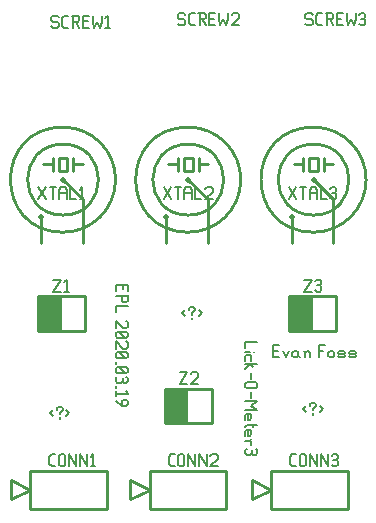
<source format=gto>
G04 start of page 2 for group 1 layer_idx 8 *
G04 Title: (unknown), top_silk *
G04 Creator: pcb-rnd 2.2.0 *
G04 CreationDate: 2020-03-19 21:02:38 UTC *
G04 For:  *
G04 Format: Gerber/RS-274X *
G04 PCB-Dimensions: 500000 500000 *
G04 PCB-Coordinate-Origin: lower left *
%MOIN*%
%FSLAX25Y25*%
%LNTOP_SILK_NONE_1*%
%ADD52C,0.0070*%
%ADD51C,0.0200*%
%ADD50C,0.0100*%
%ADD49C,0.0001*%
G54D49*G36*
X199803Y156693D02*Y145236D01*
X191929D01*
Y156693D01*
X199803D01*
G37*
G36*
X283465D02*Y145236D01*
X275591D01*
Y156693D01*
X283465D01*
G37*
G36*
X241929Y125787D02*Y114331D01*
X234055D01*
Y125787D01*
X241929D01*
G37*
G54D50*X277087Y200630D02*X280236D01*
Y202795D02*Y198465D01*
X282205Y202795D02*Y198465D01*
X285157Y202795D02*Y198465D01*
X282205Y202795D02*X285157D01*
X282205Y198465D02*X285157D01*
G54D51*X283701Y195512D03*
G54D50*X290197Y189016D01*
X287126Y200630D02*X290276D01*
X287126Y202795D02*Y198465D01*
G54D51*X192913Y182913D03*
G54D50*Y174252D01*
X191929Y156732D02*Y147717D01*
X207677Y156732D02*X191929D01*
Y147717D02*Y145236D01*
X207677D01*
Y147717D01*
G54D51*X234646Y182913D03*
G54D50*Y174252D01*
X248425D02*Y189016D01*
G54D51*X241929Y195512D03*
G54D50*X248425Y189016D01*
X234055Y125827D02*Y116811D01*
X249803D02*Y125827D01*
X234055D01*
Y116811D02*Y114331D01*
X249803D01*
Y116811D01*
X206693Y174252D02*Y189016D01*
X207677Y147717D02*Y156732D01*
G54D51*X200197Y195512D03*
G54D50*X206693Y189016D01*
X189272Y98524D02*Y85728D01*
Y92126D02*X182874Y95325D01*
X189272Y92126D02*X182874Y88927D01*
Y95325D02*Y88927D01*
X189272Y98524D02*X214862D01*
Y85728D02*X189272D01*
X214862D02*Y98524D01*
X229035D02*Y85728D01*
Y92126D02*X222638Y95325D01*
X229035Y92126D02*X222638Y88927D01*
Y95325D02*Y88927D01*
X229035Y98524D02*X254626D01*
Y85728D02*X229035D01*
X254626D02*Y98524D01*
X269587D02*Y85728D01*
Y92126D02*X263189Y95325D01*
X269587Y92126D02*X263189Y88927D01*
Y95325D02*Y88927D01*
G54D51*X276417Y182913D03*
G54D50*Y174252D01*
X290197D02*Y189016D01*
X275591Y156732D02*Y147717D01*
X269587Y98524D02*X295177D01*
Y85728D02*X269587D01*
X295177D02*Y98524D01*
X291339Y147717D02*Y156732D01*
Y145236D02*Y147717D01*
Y156732D02*X275591D01*
Y147717D02*Y145236D01*
X291339D01*
X193583Y200630D02*X196732D01*
Y202795D02*Y198465D01*
X198701Y202795D02*Y198465D01*
X201654Y202795D02*Y198465D01*
X198701Y202795D02*X201654D01*
X198701Y198465D02*X201654D01*
X235315Y200630D02*X238465D01*
X203622D02*X206772D01*
X203622Y202795D02*Y198465D01*
X238465Y202795D02*Y198465D01*
X240433Y202795D02*Y198465D01*
Y202795D02*X243386D01*
X240433Y198465D02*X243386D01*
X245354Y200630D02*X248504D01*
X245354Y202795D02*Y198465D01*
X243386Y202795D02*Y198465D01*
X283701Y183701D02*G75*G02X283701Y207323I0J11811D01*G01*
G75*G02X283701Y183701I0J-11811D01*G01*
X283538Y177993D02*G75*G03X283864Y213031I163J17519D01*G01*
X283864Y213031D02*G75*G03X283538Y177993I-163J-17519D01*G01*
X241929Y183701D02*G75*G02X241929Y207323I0J11811D01*G01*
G75*G02X241929Y183701I0J-11811D01*G01*
X241766Y177993D02*G75*G03X242092Y213031I163J17519D01*G01*
X242092Y213031D02*G75*G03X241766Y177993I-163J-17519D01*G01*
X200197Y183701D02*G75*G02X200197Y207323I0J11811D01*G01*
G75*G02X200197Y183701I0J-11811D01*G01*
X200034Y177993D02*G75*G03X200360Y213031I163J17519D01*G01*
X200360Y213031D02*G75*G03X200034Y177993I-163J-17519D01*G01*
G54D52*X240386Y250969D02*X240886Y250469D01*
X238886Y250969D02*X240386D01*
X238386Y250469D02*X238886Y250969D01*
X238386Y250469D02*Y249469D01*
X238886Y248969D01*
X240386D01*
X240886Y248469D01*
Y247469D01*
X240386Y246969D02*X240886Y247469D01*
X238886Y246969D02*X240386D01*
X238386Y247469D02*X238886Y246969D01*
X242786D02*X244086D01*
X242086Y247669D02*X242786Y246969D01*
X242086Y250269D02*Y247669D01*
Y250269D02*X242786Y250969D01*
X244086D01*
X245286D02*X247286D01*
X247786Y250469D01*
Y249469D01*
X247286Y248969D02*X247786Y249469D01*
X245786Y248969D02*X247286D01*
X245786Y250969D02*Y246969D01*
X246586Y248969D02*X247786Y246969D01*
X248986Y249169D02*X250486D01*
X248986Y246969D02*X250986D01*
X248986Y250969D02*Y246969D01*
Y250969D02*X250986D01*
X252186D02*Y248969D01*
X252686Y246969D01*
X253686Y248969D01*
X254686Y246969D01*
X255186Y248969D01*
Y250969D01*
X256386Y250469D02*X256886Y250969D01*
X258386D01*
X258886Y250469D01*
Y249469D01*
X256386Y246969D02*X258886Y249469D01*
X256386Y246969D02*X258886D01*
X198260Y250181D02*X198760Y249681D01*
X196760Y250181D02*X198260D01*
X196260Y249681D02*X196760Y250181D01*
X196260Y249681D02*Y248681D01*
X196760Y248181D01*
X198260D01*
X198760Y247681D01*
Y246681D01*
X198260Y246181D02*X198760Y246681D01*
X196760Y246181D02*X198260D01*
X196260Y246681D02*X196760Y246181D01*
X200660D02*X201960D01*
X199960Y246881D02*X200660Y246181D01*
X199960Y249481D02*Y246881D01*
Y249481D02*X200660Y250181D01*
X201960D01*
X203160D02*X205160D01*
X205660Y249681D01*
Y248681D01*
X205160Y248181D02*X205660Y248681D01*
X203660Y248181D02*X205160D01*
X203660Y250181D02*Y246181D01*
X204460Y248181D02*X205660Y246181D01*
X206860Y248381D02*X208360D01*
X206860Y246181D02*X208860D01*
X206860Y250181D02*Y246181D01*
Y250181D02*X208860D01*
X210060D02*Y248181D01*
X210560Y246181D01*
X211560Y248181D01*
X212560Y246181D01*
X213060Y248181D01*
Y250181D01*
X214260Y249381D02*X215060Y250181D01*
Y246181D01*
X214260D02*X215760D01*
X220035Y160433D02*Y158933D01*
X217835Y160433D02*Y158433D01*
X221835Y160433D02*X217835D01*
X221835D02*Y158433D01*
Y156733D02*X217835D01*
X221835Y157233D02*Y155233D01*
X221335Y154733D01*
X220335D01*
X219835Y155233D02*X220335Y154733D01*
X219835Y156733D02*Y155233D01*
X221835Y153533D02*X217835D01*
Y151533D01*
X221335Y148533D02*X221835Y148033D01*
Y146533D01*
X221335Y146033D01*
X220335D01*
X217835Y148533D02*X220335Y146033D01*
X217835Y148533D02*Y146033D01*
X218335Y144833D02*X217835Y144333D01*
X221335Y144833D02*X218335D01*
X221335D02*X221835Y144333D01*
Y143333D01*
X221335Y142833D01*
X218335D01*
X217835Y143333D02*X218335Y142833D01*
X217835Y144333D02*Y143333D01*
X218835Y144833D02*X220835Y142833D01*
X221335Y141633D02*X221835Y141133D01*
Y139633D01*
X221335Y139133D01*
X220335D01*
X217835Y141633D02*X220335Y139133D01*
X217835Y141633D02*Y139133D01*
X218335Y137933D02*X217835Y137433D01*
X221335Y137933D02*X218335D01*
X221335D02*X221835Y137433D01*
Y136433D01*
X221335Y135933D01*
X218335D01*
X217835Y136433D02*X218335Y135933D01*
X217835Y137433D02*Y136433D01*
X218835Y137933D02*X220835Y135933D01*
X217835Y134733D02*Y134233D01*
X218335Y133033D02*X217835Y132533D01*
X221335Y133033D02*X218335D01*
X221335D02*X221835Y132533D01*
Y131533D01*
X221335Y131033D01*
X218335D01*
X217835Y131533D02*X218335Y131033D01*
X217835Y132533D02*Y131533D01*
X218835Y133033D02*X220835Y131033D01*
X221335Y129833D02*X221835Y129333D01*
Y128333D01*
X221335Y127833D01*
X217835Y128333D02*X218335Y127833D01*
X217835Y129333D02*Y128333D01*
X218335Y129833D02*X217835Y129333D01*
X220035D02*Y128333D01*
X221335Y127833D02*X220535D01*
X219535D02*X218335D01*
X219535D02*X220035Y128333D01*
X220535Y127833D02*X220035Y128333D01*
X217835Y126633D02*Y126133D01*
X221035Y124933D02*X221835Y124133D01*
X217835D01*
Y124933D02*Y123433D01*
Y121733D02*X219835Y120233D01*
X221335D02*X219835D01*
X221835Y120733D02*X221335Y120233D01*
X221835Y121733D02*Y120733D01*
X221335Y122233D02*X221835Y121733D01*
X221335Y122233D02*X220335D01*
X219835Y121733D01*
Y120233D01*
X239961Y151016D02*X240961Y152016D01*
X239961Y151016D02*X240961Y150016D01*
X243161Y151016D02*Y150516D01*
Y149516D02*Y149016D01*
X242161Y152516D02*Y152016D01*
Y152516D02*X242661Y153016D01*
X243661D01*
X244161Y152516D01*
Y152016D01*
X243161Y151016D02*X244161Y152016D01*
X245361D02*X246361Y151016D01*
X245361Y150016D02*X246361Y151016D01*
X195866Y117748D02*X196866Y118748D01*
X195866Y117748D02*X196866Y116748D01*
X199066Y117748D02*Y117248D01*
Y116248D02*Y115748D01*
X198066Y119248D02*Y118748D01*
Y119248D02*X198566Y119748D01*
X199566D01*
X200066Y119248D01*
Y118748D01*
X199066Y117748D02*X200066Y118748D01*
X201266D02*X202266Y117748D01*
X201266Y116748D02*X202266Y117748D01*
X196369Y99921D02*X197669D01*
X195669Y100621D02*X196369Y99921D01*
X195669Y103221D02*Y100621D01*
Y103221D02*X196369Y103921D01*
X197669D01*
X198869Y103421D02*Y100421D01*
Y103421D02*X199369Y103921D01*
X200369D01*
X200869Y103421D01*
Y100421D01*
X200369Y99921D02*X200869Y100421D01*
X199369Y99921D02*X200369D01*
X198869Y100421D02*X199369Y99921D01*
X202069Y103921D02*Y99921D01*
Y103921D02*X204569Y99921D01*
Y103921D02*Y99921D01*
X205769Y103921D02*Y99921D01*
Y103921D02*X208269Y99921D01*
Y103921D02*Y99921D01*
X209469Y103121D02*X210269Y103921D01*
Y99921D01*
X209469D02*X210969D01*
X239094Y131244D02*X241594D01*
X239094Y127244D02*X241594Y131244D01*
X239094Y127244D02*X241594D01*
X242794Y130744D02*X243294Y131244D01*
X244794D01*
X245294Y130744D01*
Y129744D01*
X242794Y127244D02*X245294Y129744D01*
X242794Y127244D02*X245294D01*
X270276Y138539D02*X271776D01*
X270276Y136339D02*X272276D01*
X270276Y140339D02*Y136339D01*
Y140339D02*X272276D01*
X273476Y138339D02*X274476Y136339D01*
X275476Y138339D02*X274476Y136339D01*
X278176Y138339D02*X278676Y137839D01*
X277176Y138339D02*X278176D01*
X276676Y137839D02*X277176Y138339D01*
X276676Y137839D02*Y136839D01*
X277176Y136339D01*
X278676Y138339D02*Y136839D01*
X279176Y136339D01*
X277176D02*X278176D01*
X278676Y136839D01*
X280876Y137839D02*Y136339D01*
Y137839D02*X281376Y138339D01*
X281876D01*
X282376Y137839D01*
Y136339D01*
X280376Y138339D02*X280876Y137839D01*
X285376Y140339D02*Y136339D01*
Y140339D02*X287376D01*
X285376Y138539D02*X286876D01*
X288576Y137839D02*Y136839D01*
Y137839D02*X289076Y138339D01*
X290076D01*
X290576Y137839D01*
Y136839D01*
X290076Y136339D02*X290576Y136839D01*
X289076Y136339D02*X290076D01*
X288576Y136839D02*X289076Y136339D01*
X292276D02*X293776D01*
X294276Y136839D01*
X293776Y137339D02*X294276Y136839D01*
X292276Y137339D02*X293776D01*
X291776Y137839D02*X292276Y137339D01*
X291776Y137839D02*X292276Y138339D01*
X293776D01*
X294276Y137839D01*
X291776Y136839D02*X292276Y136339D01*
X295976D02*X297476D01*
X297976Y136839D01*
X297476Y137339D02*X297976Y136839D01*
X295976Y137339D02*X297476D01*
X295476Y137839D02*X295976Y137339D01*
X295476Y137839D02*X295976Y138339D01*
X297476D01*
X297976Y137839D01*
X295476Y136839D02*X295976Y136339D01*
X264945Y141339D02*X260945D01*
Y139339D01*
X263945Y138139D02*X263845D01*
X262445D02*X260945D01*
X262945Y136639D02*Y135139D01*
X262445Y137139D02*X262945Y136639D01*
X262445Y137139D02*X261445D01*
X260945Y136639D01*
Y135139D01*
X264945Y133939D02*X260945D01*
X262445D02*X260945Y132439D01*
X262445Y133939D02*X263445Y132939D01*
X262945Y131239D02*Y129239D01*
X264445Y128039D02*X261445D01*
X264445D02*X264945Y127539D01*
Y126539D01*
X264445Y126039D01*
X261445D01*
X260945Y126539D02*X261445Y126039D01*
X260945Y127539D02*Y126539D01*
X261445Y128039D02*X260945Y127539D01*
X262945Y124839D02*Y122839D01*
X264945Y121639D02*X260945D01*
X264945D02*X262945Y120139D01*
X264945Y118639D01*
X260945D01*
Y116939D02*Y115439D01*
X261445Y117439D02*X260945Y116939D01*
X262445Y117439D02*X261445D01*
X262445D02*X262945Y116939D01*
Y115939D01*
X262445Y115439D01*
X261945Y117439D02*Y115439D01*
X262445D01*
X264945Y113739D02*X261445D01*
X260945Y113239D01*
X263445Y114239D02*Y113239D01*
X260945Y111739D02*Y110239D01*
X261445Y112239D02*X260945Y111739D01*
X262445Y112239D02*X261445D01*
X262445D02*X262945Y111739D01*
Y110739D01*
X262445Y110239D01*
X261945Y112239D02*Y110239D01*
X262445D01*
Y108539D02*X260945D01*
X262445D02*X262945Y108039D01*
Y107039D01*
Y109039D02*X262445Y108539D01*
X264445Y105839D02*X264945Y105339D01*
Y104339D01*
X264445Y103839D01*
X260945Y104339D02*X261445Y103839D01*
X260945Y105339D02*Y104339D01*
X261445Y105839D02*X260945Y105339D01*
X263145D02*Y104339D01*
X264445Y103839D02*X263645D01*
X262645D02*X261445D01*
X262645D02*X263145Y104339D01*
X263645Y103839D02*X263145Y104339D01*
X280315Y119087D02*X281315Y120087D01*
X280315Y119087D02*X281315Y118087D01*
X283515Y119087D02*Y118587D01*
Y117587D02*Y117087D01*
X282515Y120587D02*Y120087D01*
Y120587D02*X283015Y121087D01*
X284015D01*
X284515Y120587D01*
Y120087D01*
X283515Y119087D02*X284515Y120087D01*
X285715D02*X286715Y119087D01*
X285715Y118087D02*X286715Y119087D01*
X236133Y99921D02*X237433D01*
X235433Y100621D02*X236133Y99921D01*
X235433Y103221D02*Y100621D01*
Y103221D02*X236133Y103921D01*
X237433D01*
X238633Y103421D02*Y100421D01*
Y103421D02*X239133Y103921D01*
X240133D01*
X240633Y103421D01*
Y100421D01*
X240133Y99921D02*X240633Y100421D01*
X239133Y99921D02*X240133D01*
X238633Y100421D02*X239133Y99921D01*
X241833Y103921D02*Y99921D01*
Y103921D02*X244333Y99921D01*
Y103921D02*Y99921D01*
X245533Y103921D02*Y99921D01*
Y103921D02*X248033Y99921D01*
Y103921D02*Y99921D01*
X249233Y103421D02*X249733Y103921D01*
X251233D01*
X251733Y103421D01*
Y102421D01*
X249233Y99921D02*X251733Y102421D01*
X249233Y99921D02*X251733D01*
X276684D02*X277984D01*
X275984Y100621D02*X276684Y99921D01*
X275984Y103221D02*Y100621D01*
Y103221D02*X276684Y103921D01*
X277984D01*
X279184Y103421D02*Y100421D01*
Y103421D02*X279684Y103921D01*
X280684D01*
X281184Y103421D01*
Y100421D01*
X280684Y99921D02*X281184Y100421D01*
X279684Y99921D02*X280684D01*
X279184Y100421D02*X279684Y99921D01*
X282384Y103921D02*Y99921D01*
Y103921D02*X284884Y99921D01*
Y103921D02*Y99921D01*
X286084Y103921D02*Y99921D01*
Y103921D02*X288584Y99921D01*
Y103921D02*Y99921D01*
X289784Y103421D02*X290284Y103921D01*
X291284D01*
X291784Y103421D01*
X291284Y99921D02*X291784Y100421D01*
X290284Y99921D02*X291284D01*
X289784Y100421D02*X290284Y99921D01*
Y102121D02*X291284D01*
X291784Y103421D02*Y102621D01*
Y101621D02*Y100421D01*
Y101621D02*X291284Y102121D01*
X291784Y102621D02*X291284Y102121D01*
X196969Y162150D02*X199469D01*
X196969Y158150D02*X199469Y162150D01*
X196969Y158150D02*X199469D01*
X200669Y161350D02*X201469Y162150D01*
Y158150D01*
X200669D02*X202169D01*
X280630Y162150D02*X283130D01*
X280630Y158150D02*X283130Y162150D01*
X280630Y158150D02*X283130D01*
X284330Y161650D02*X284830Y162150D01*
X285830D01*
X286330Y161650D01*
X285830Y158150D02*X286330Y158650D01*
X284830Y158150D02*X285830D01*
X284330Y158650D02*X284830Y158150D01*
Y160350D02*X285830D01*
X286330Y161650D02*Y160850D01*
Y159850D02*Y158650D01*
Y159850D02*X285830Y160350D01*
X286330Y160850D02*X285830Y160350D01*
X282906Y250929D02*X283406Y250429D01*
X281406Y250929D02*X282906D01*
X280906Y250429D02*X281406Y250929D01*
X280906Y250429D02*Y249429D01*
X281406Y248929D01*
X282906D01*
X283406Y248429D01*
Y247429D01*
X282906Y246929D02*X283406Y247429D01*
X281406Y246929D02*X282906D01*
X280906Y247429D02*X281406Y246929D01*
X285306D02*X286606D01*
X284606Y247629D02*X285306Y246929D01*
X284606Y250229D02*Y247629D01*
Y250229D02*X285306Y250929D01*
X286606D01*
X287806D02*X289806D01*
X290306Y250429D01*
Y249429D01*
X289806Y248929D02*X290306Y249429D01*
X288306Y248929D02*X289806D01*
X288306Y250929D02*Y246929D01*
X289106Y248929D02*X290306Y246929D01*
X291506Y249129D02*X293006D01*
X291506Y246929D02*X293506D01*
X291506Y250929D02*Y246929D01*
Y250929D02*X293506D01*
X294706D02*Y248929D01*
X295206Y246929D01*
X296206Y248929D01*
X297206Y246929D01*
X297706Y248929D01*
Y250929D01*
X298906Y250429D02*X299406Y250929D01*
X300406D01*
X300906Y250429D01*
X300406Y246929D02*X300906Y247429D01*
X299406Y246929D02*X300406D01*
X298906Y247429D02*X299406Y246929D01*
Y249129D02*X300406D01*
X300906Y250429D02*Y249629D01*
Y248629D02*Y247429D01*
Y248629D02*X300406Y249129D01*
X300906Y249629D02*X300406Y249129D01*
X275512Y188937D02*X278012Y192937D01*
X275512D02*X278012Y188937D01*
X279212Y192937D02*X281212D01*
X280212D02*Y188937D01*
X282412Y191937D02*Y188937D01*
Y191937D02*X283112Y192937D01*
X284212D01*
X284912Y191937D01*
Y188937D01*
X282412Y190937D02*X284912D01*
X286112Y192937D02*Y188937D01*
X288112D01*
X289312Y192437D02*X289812Y192937D01*
X290812D01*
X291312Y192437D01*
X290812Y188937D02*X291312Y189437D01*
X289812Y188937D02*X290812D01*
X289312Y189437D02*X289812Y188937D01*
Y191137D02*X290812D01*
X291312Y192437D02*Y191637D01*
Y190637D02*Y189437D01*
Y190637D02*X290812Y191137D01*
X291312Y191637D02*X290812Y191137D01*
X233740Y188937D02*X236240Y192937D01*
X233740D02*X236240Y188937D01*
X237440Y192937D02*X239440D01*
X238440D02*Y188937D01*
X240640Y191937D02*Y188937D01*
Y191937D02*X241340Y192937D01*
X242440D01*
X243140Y191937D01*
Y188937D01*
X240640Y190937D02*X243140D01*
X244340Y192937D02*Y188937D01*
X246340D01*
X247540Y192437D02*X248040Y192937D01*
X249540D01*
X250040Y192437D01*
Y191437D01*
X247540Y188937D02*X250040Y191437D01*
X247540Y188937D02*X250040D01*
X192008D02*X194508Y192937D01*
X192008D02*X194508Y188937D01*
X195708Y192937D02*X197708D01*
X196708D02*Y188937D01*
X198908Y191937D02*Y188937D01*
Y191937D02*X199608Y192937D01*
X200708D01*
X201408Y191937D01*
Y188937D01*
X198908Y190937D02*X201408D01*
X202608Y192937D02*Y188937D01*
X204608D01*
X205808Y192137D02*X206608Y192937D01*
Y188937D01*
X205808D02*X207308D01*
M02*

</source>
